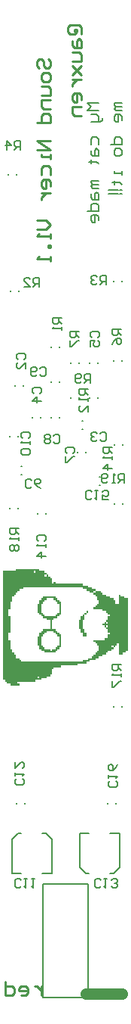
<source format=gbo>
G04 Layer_Color=32896*
%FSLAX25Y25*%
%MOIN*%
G70*
G01*
G75*
%ADD14C,0.05000*%
%ADD15C,0.00800*%
%ADD18C,0.01000*%
%ADD32C,0.00787*%
G36*
X15800Y188811D02*
X18200D01*
Y188011D01*
X19000D01*
Y187211D01*
X19800D01*
Y186411D01*
X20600D01*
Y185611D01*
X21400D01*
Y183211D01*
X22200D01*
Y184011D01*
X23000D01*
Y183211D01*
X35000D01*
Y182411D01*
X37400D01*
Y181611D01*
X39000D01*
Y180811D01*
X40600D01*
Y180011D01*
X43000D01*
Y179211D01*
X43800D01*
Y178411D01*
X45400D01*
Y177611D01*
X47000D01*
Y176811D01*
X48600D01*
Y176011D01*
X49400D01*
Y174411D01*
X51000D01*
Y178411D01*
X51800D01*
Y177611D01*
X53400D01*
Y176811D01*
X55000D01*
Y153611D01*
X54200D01*
Y152811D01*
X52600D01*
Y152011D01*
X51000D01*
Y156811D01*
X50200D01*
Y156011D01*
X49400D01*
Y155211D01*
X48600D01*
Y156011D01*
X47800D01*
Y155211D01*
X48600D01*
Y154411D01*
X47800D01*
Y153611D01*
X46200D01*
Y152811D01*
X45400D01*
Y152011D01*
X43800D01*
Y151211D01*
X42200D01*
Y150411D01*
X40600D01*
Y149611D01*
X38200D01*
Y148811D01*
X36600D01*
Y148011D01*
X32600D01*
Y147211D01*
X25400D01*
Y146411D01*
X22200D01*
Y145611D01*
X21400D01*
Y143211D01*
X20600D01*
Y142411D01*
X19000D01*
Y141611D01*
X16600D01*
Y140811D01*
X14200D01*
Y140011D01*
X6200D01*
Y139211D01*
X7000D01*
Y138411D01*
X3000D01*
Y139211D01*
X1400D01*
Y140011D01*
X600D01*
Y140811D01*
X-200D01*
Y188811D01*
X5400D01*
Y189611D01*
X15800D01*
Y188811D01*
D02*
G37*
%LPC*%
G36*
X35000Y181611D02*
X8600D01*
Y180811D01*
X7000D01*
Y180011D01*
X6200D01*
Y179211D01*
X5400D01*
Y178411D01*
X4600D01*
Y177611D01*
X3800D01*
Y175211D01*
X3000D01*
Y172011D01*
X2200D01*
Y168811D01*
X3000D01*
Y161611D01*
X2200D01*
Y158411D01*
X3000D01*
Y154411D01*
X3800D01*
Y152811D01*
X4600D01*
Y152011D01*
X5400D01*
Y150411D01*
X7000D01*
Y149611D01*
X7800D01*
Y148811D01*
X35000D01*
Y149611D01*
X37400D01*
Y150411D01*
X39000D01*
Y151211D01*
X39800D01*
Y152011D01*
X40600D01*
Y152811D01*
X41400D01*
Y153611D01*
X42200D01*
Y156011D01*
X41400D01*
Y156811D01*
X40600D01*
Y157611D01*
X39800D01*
Y158411D01*
X44600D01*
Y159211D01*
X46200D01*
Y160811D01*
X47000D01*
Y161611D01*
X46200D01*
Y163211D01*
X45400D01*
Y164011D01*
X44600D01*
Y164811D01*
X43800D01*
Y165611D01*
X44600D01*
Y166411D01*
X45400D01*
Y165611D01*
X46200D01*
Y166411D01*
X45400D01*
Y167211D01*
X46200D01*
Y168811D01*
X47000D01*
Y169611D01*
X46200D01*
Y170411D01*
X45400D01*
Y171211D01*
X43800D01*
Y172011D01*
X39800D01*
Y172811D01*
X40600D01*
Y173611D01*
X41400D01*
Y174411D01*
X42200D01*
Y176011D01*
X41400D01*
Y177611D01*
X40600D01*
Y178411D01*
X39800D01*
Y179211D01*
X38200D01*
Y180011D01*
X36600D01*
Y180811D01*
X35000D01*
Y181611D01*
D02*
G37*
G36*
X46200Y164811D02*
X45400D01*
Y164011D01*
X46200D01*
Y164811D01*
D02*
G37*
G36*
X15800Y142411D02*
X15000D01*
Y141611D01*
X15800D01*
Y142411D01*
D02*
G37*
G36*
X40600Y180011D02*
X39800D01*
Y179211D01*
X40600D01*
Y180011D01*
D02*
G37*
G36*
X19000Y187211D02*
X18200D01*
Y186411D01*
X19000D01*
Y187211D01*
D02*
G37*
G36*
X14200Y188811D02*
X13400D01*
Y188011D01*
X14200D01*
Y188811D01*
D02*
G37*
%LPD*%
G36*
X23000Y176811D02*
X23800D01*
Y176011D01*
X24600D01*
Y175211D01*
X25400D01*
Y169611D01*
X24600D01*
Y168811D01*
X23800D01*
Y168011D01*
X22200D01*
Y167211D01*
X21400D01*
Y163211D01*
X23000D01*
Y162411D01*
X23800D01*
Y161611D01*
X24600D01*
Y160811D01*
X25400D01*
Y155211D01*
X24600D01*
Y154411D01*
X23800D01*
Y153611D01*
X23000D01*
Y152811D01*
X18200D01*
Y153611D01*
X16600D01*
Y154411D01*
X15800D01*
Y156011D01*
X15000D01*
Y160011D01*
X15800D01*
Y161611D01*
X16600D01*
Y162411D01*
X17400D01*
Y163211D01*
X20600D01*
Y167211D01*
X19000D01*
Y168011D01*
X17400D01*
Y168811D01*
X16600D01*
Y169611D01*
X15800D01*
Y170411D01*
X15000D01*
Y174411D01*
X15800D01*
Y176011D01*
X16600D01*
Y176811D01*
X17400D01*
Y177611D01*
X23000D01*
Y176811D01*
D02*
G37*
G36*
X35800Y167211D02*
X35000D01*
Y163211D01*
X35800D01*
Y161611D01*
X36600D01*
Y160011D01*
X35000D01*
Y161611D01*
X34200D01*
Y163211D01*
X33400D01*
Y167211D01*
X34200D01*
Y168811D01*
X35000D01*
Y169611D01*
X35800D01*
Y167211D01*
D02*
G37*
G36*
X36600Y169611D02*
X35800D01*
Y170411D01*
X36600D01*
Y169611D01*
D02*
G37*
G36*
X37400Y170411D02*
X36600D01*
Y171211D01*
X37400D01*
Y170411D01*
D02*
G37*
%LPC*%
G36*
X22200Y162411D02*
X19000D01*
Y161611D01*
X18200D01*
Y160811D01*
X17400D01*
Y160011D01*
X16600D01*
Y156011D01*
X17400D01*
Y155211D01*
X18200D01*
Y154411D01*
X20600D01*
Y153611D01*
X21400D01*
Y154411D01*
X23000D01*
Y155211D01*
X23800D01*
Y156011D01*
X24600D01*
Y160011D01*
X23800D01*
Y160811D01*
X23000D01*
Y161611D01*
X22200D01*
Y162411D01*
D02*
G37*
G36*
Y176811D02*
X19000D01*
Y176011D01*
X18200D01*
Y175211D01*
X17400D01*
Y174411D01*
X16600D01*
Y170411D01*
X17400D01*
Y169611D01*
X18200D01*
Y168811D01*
X23000D01*
Y169611D01*
X23800D01*
Y170411D01*
X24600D01*
Y174411D01*
X23800D01*
Y175211D01*
X23000D01*
Y176011D01*
X22200D01*
Y176811D01*
D02*
G37*
%LPD*%
D14*
X36500Y2500D02*
X52500D01*
D15*
X41932Y394869D02*
X36934D01*
X38600Y393203D01*
X36934Y391537D01*
X41932D01*
X38600Y389871D02*
X41099D01*
X41932Y389038D01*
Y386539D01*
X42765D01*
X43598Y387372D01*
Y388205D01*
X41932Y386539D02*
X38600D01*
Y376542D02*
Y379041D01*
X39433Y379874D01*
X41099D01*
X41932Y379041D01*
Y376542D01*
X38600Y374043D02*
Y372377D01*
X39433Y371544D01*
X41932D01*
Y374043D01*
X41099Y374876D01*
X40266Y374043D01*
Y371544D01*
X37767Y369044D02*
X38600D01*
Y369877D01*
Y368211D01*
Y369044D01*
X41099D01*
X41932Y368211D01*
Y360714D02*
X38600D01*
Y359881D01*
X39433Y359048D01*
X41932D01*
X39433D01*
X38600Y358214D01*
X39433Y357381D01*
X41932D01*
X38600Y354882D02*
Y353216D01*
X39433Y352383D01*
X41932D01*
Y354882D01*
X41099Y355715D01*
X40266Y354882D01*
Y352383D01*
X36934Y347385D02*
X41932D01*
Y349884D01*
X41099Y350717D01*
X39433D01*
X38600Y349884D01*
Y347385D01*
X41932Y343219D02*
Y344885D01*
X41099Y345719D01*
X39433D01*
X38600Y344885D01*
Y343219D01*
X39433Y342386D01*
X40266D01*
Y345719D01*
X52350Y394869D02*
X49017D01*
Y394036D01*
X49850Y393203D01*
X52350D01*
X49850D01*
X49017Y392370D01*
X49850Y391537D01*
X52350D01*
Y387372D02*
Y389038D01*
X51516Y389871D01*
X49850D01*
X49017Y389038D01*
Y387372D01*
X49850Y386539D01*
X50683D01*
Y389871D01*
X47351Y376542D02*
X52350D01*
Y379041D01*
X51516Y379874D01*
X49850D01*
X49017Y379041D01*
Y376542D01*
X52350Y374043D02*
Y372377D01*
X51516Y371544D01*
X49850D01*
X49017Y372377D01*
Y374043D01*
X49850Y374876D01*
X51516D01*
X52350Y374043D01*
Y364879D02*
Y363213D01*
Y364046D01*
X49017D01*
Y364879D01*
X48184Y359881D02*
X49017D01*
Y360714D01*
Y359048D01*
Y359881D01*
X51516D01*
X52350Y359048D01*
X50683Y356548D02*
X46518D01*
X51516D02*
X52350D01*
X50683Y354882D02*
X46518D01*
X51516D02*
X52350D01*
X25591Y300197D02*
X21592D01*
Y298198D01*
X22258Y297531D01*
X23591D01*
X24258Y298198D01*
Y300197D01*
Y298864D02*
X25591Y297531D01*
Y296198D02*
Y294865D01*
Y295532D01*
X21592D01*
X22258Y296198D01*
X7587Y49817D02*
X6921Y49151D01*
X5588D01*
X4921Y49817D01*
Y52483D01*
X5588Y53150D01*
X6921D01*
X7587Y52483D01*
X8920Y53150D02*
X10253D01*
X9586D01*
Y49151D01*
X8920Y49817D01*
X12252Y53150D02*
X13585D01*
X12919D01*
Y49151D01*
X12252Y49817D01*
X49592Y96170D02*
X50259Y95503D01*
Y94170D01*
X49592Y93504D01*
X46926D01*
X46260Y94170D01*
Y95503D01*
X46926Y96170D01*
X46260Y97503D02*
Y98836D01*
Y98169D01*
X50259D01*
X49592Y97503D01*
X50259Y103501D02*
X49592Y102168D01*
X48259Y100835D01*
X46926D01*
X46260Y101501D01*
Y102834D01*
X46926Y103501D01*
X47593D01*
X48259Y102834D01*
Y100835D01*
X53500Y227500D02*
Y231499D01*
X51501D01*
X50834Y230832D01*
Y229499D01*
X51501Y228833D01*
X53500D01*
X52167D02*
X50834Y227500D01*
X49501D02*
X48168D01*
X48835D01*
Y231499D01*
X49501Y230832D01*
X46169Y228166D02*
X45503Y227500D01*
X44170D01*
X43503Y228166D01*
Y230832D01*
X44170Y231499D01*
X45503D01*
X46169Y230832D01*
Y230166D01*
X45503Y229499D01*
X43503D01*
X6890Y207677D02*
X2891D01*
Y205678D01*
X3557Y205011D01*
X4890D01*
X5557Y205678D01*
Y207677D01*
Y206344D02*
X6890Y205011D01*
Y203678D02*
Y202346D01*
Y203012D01*
X2891D01*
X3557Y203678D01*
Y200346D02*
X2891Y199680D01*
Y198347D01*
X3557Y197680D01*
X4224D01*
X4890Y198347D01*
X5557Y197680D01*
X6223D01*
X6890Y198347D01*
Y199680D01*
X6223Y200346D01*
X5557D01*
X4890Y199680D01*
X4224Y200346D01*
X3557D01*
X4890Y199680D02*
Y198347D01*
X52165Y147638D02*
X48167D01*
Y145638D01*
X48833Y144972D01*
X50166D01*
X50832Y145638D01*
Y147638D01*
Y146305D02*
X52165Y144972D01*
Y143639D02*
Y142306D01*
Y142973D01*
X48167D01*
X48833Y143639D01*
X48167Y140307D02*
Y137641D01*
X48833D01*
X51499Y140307D01*
X52165D01*
X48228Y243110D02*
X44230D01*
Y241111D01*
X44896Y240444D01*
X46229D01*
X46895Y241111D01*
Y243110D01*
Y241777D02*
X48228Y240444D01*
Y239111D02*
Y237779D01*
Y238445D01*
X44230D01*
X44896Y239111D01*
X48228Y233780D02*
X44230D01*
X46229Y235779D01*
Y233114D01*
X37500Y269000D02*
X33501D01*
Y267001D01*
X34168Y266334D01*
X35501D01*
X36167Y267001D01*
Y269000D01*
Y267667D02*
X37500Y266334D01*
Y265001D02*
Y263668D01*
Y264335D01*
X33501D01*
X34168Y265001D01*
X37500Y259003D02*
Y261669D01*
X34834Y259003D01*
X34168D01*
X33501Y259670D01*
Y261003D01*
X34168Y261669D01*
X38500Y271500D02*
Y275499D01*
X36501D01*
X35834Y274832D01*
Y273499D01*
X36501Y272833D01*
X38500D01*
X37167D02*
X35834Y271500D01*
X34501Y272166D02*
X33835Y271500D01*
X32502D01*
X31835Y272166D01*
Y274832D01*
X32502Y275499D01*
X33835D01*
X34501Y274832D01*
Y274166D01*
X33835Y273499D01*
X31835D01*
X33465Y294291D02*
X29466D01*
Y292292D01*
X30132Y291625D01*
X31465D01*
X32132Y292292D01*
Y294291D01*
Y292958D02*
X33465Y291625D01*
X29466Y290293D02*
Y287627D01*
X30132D01*
X32798Y290293D01*
X33465D01*
X52165Y295276D02*
X48167D01*
Y293276D01*
X48833Y292610D01*
X50166D01*
X50832Y293276D01*
Y295276D01*
Y293943D02*
X52165Y292610D01*
X48167Y288611D02*
X48833Y289944D01*
X50166Y291277D01*
X51499D01*
X52165Y290610D01*
Y289278D01*
X51499Y288611D01*
X50832D01*
X50166Y289278D01*
Y291277D01*
X7400Y374100D02*
Y378099D01*
X5401D01*
X4734Y377432D01*
Y376099D01*
X5401Y375433D01*
X7400D01*
X6067D02*
X4734Y374100D01*
X1402D02*
Y378099D01*
X3401Y376099D01*
X735D01*
X45276Y314961D02*
Y318959D01*
X43276D01*
X42610Y318293D01*
Y316960D01*
X43276Y316294D01*
X45276D01*
X43943D02*
X42610Y314961D01*
X41277Y318293D02*
X40610Y318959D01*
X39277D01*
X38611Y318293D01*
Y317626D01*
X39277Y316960D01*
X39944D01*
X39277D01*
X38611Y316294D01*
Y315627D01*
X39277Y314961D01*
X40610D01*
X41277Y315627D01*
X15748Y313976D02*
Y317975D01*
X13749D01*
X13082Y317309D01*
Y315976D01*
X13749Y315309D01*
X15748D01*
X14415D02*
X13082Y313976D01*
X9083D02*
X11749D01*
X9083Y316642D01*
Y317309D01*
X9750Y317975D01*
X11083D01*
X11749Y317309D01*
X15369Y202059D02*
X14702Y202725D01*
Y204058D01*
X15369Y204724D01*
X18034D01*
X18701Y204058D01*
Y202725D01*
X18034Y202059D01*
X18701Y200726D02*
Y199393D01*
Y200059D01*
X14702D01*
X15369Y200726D01*
X18701Y195394D02*
X14702D01*
X16701Y197393D01*
Y194728D01*
X43020Y49817D02*
X42354Y49151D01*
X41021D01*
X40354Y49817D01*
Y52483D01*
X41021Y53150D01*
X42354D01*
X43020Y52483D01*
X44353Y53150D02*
X45686D01*
X45020D01*
Y49151D01*
X44353Y49817D01*
X47685D02*
X48352Y49151D01*
X49685D01*
X50351Y49817D01*
Y50484D01*
X49685Y51150D01*
X49018D01*
X49685D01*
X50351Y51817D01*
Y52483D01*
X49685Y53150D01*
X48352D01*
X47685Y52483D01*
X8253Y97154D02*
X8920Y96487D01*
Y95155D01*
X8253Y94488D01*
X5588D01*
X4921Y95155D01*
Y96487D01*
X5588Y97154D01*
X4921Y98487D02*
Y99820D01*
Y99153D01*
X8920D01*
X8253Y98487D01*
X4921Y104485D02*
Y101819D01*
X7587Y104485D01*
X8253D01*
X8920Y103819D01*
Y102486D01*
X8253Y101819D01*
X8479Y247334D02*
X7812Y248001D01*
Y249334D01*
X8479Y250000D01*
X11145D01*
X11811Y249334D01*
Y248001D01*
X11145Y247334D01*
X11811Y246001D02*
Y244668D01*
Y245335D01*
X7812D01*
X8479Y246001D01*
Y242669D02*
X7812Y242003D01*
Y240670D01*
X8479Y240003D01*
X11145D01*
X11811Y240670D01*
Y242003D01*
X11145Y242669D01*
X8479D01*
X16035Y277939D02*
X16701Y278605D01*
X18034D01*
X18701Y277939D01*
Y275273D01*
X18034Y274606D01*
X16701D01*
X16035Y275273D01*
X14702D02*
X14036Y274606D01*
X12703D01*
X12036Y275273D01*
Y277939D01*
X12703Y278605D01*
X14036D01*
X14702Y277939D01*
Y277272D01*
X14036Y276606D01*
X12036D01*
X21940Y248411D02*
X22607Y249077D01*
X23940D01*
X24606Y248411D01*
Y245745D01*
X23940Y245079D01*
X22607D01*
X21940Y245745D01*
X20608Y248411D02*
X19941Y249077D01*
X18608D01*
X17942Y248411D01*
Y247744D01*
X18608Y247078D01*
X17942Y246412D01*
Y245745D01*
X18608Y245079D01*
X19941D01*
X20608Y245745D01*
Y246412D01*
X19941Y247078D01*
X20608Y247744D01*
Y248411D01*
X19941Y247078D02*
X18608D01*
X28164Y240444D02*
X27497Y241111D01*
Y242444D01*
X28164Y243110D01*
X30830D01*
X31496Y242444D01*
Y241111D01*
X30830Y240444D01*
X27497Y239111D02*
Y236446D01*
X28164D01*
X30830Y239111D01*
X31496D01*
X12508Y225998D02*
X11842Y225332D01*
X10509D01*
X9843Y225998D01*
Y228664D01*
X10509Y229331D01*
X11842D01*
X12508Y228664D01*
X16507Y225332D02*
X15174Y225998D01*
X13841Y227331D01*
Y228664D01*
X14508Y229331D01*
X15841D01*
X16507Y228664D01*
Y227998D01*
X15841Y227331D01*
X13841D01*
X38991Y291625D02*
X38324Y292292D01*
Y293625D01*
X38991Y294291D01*
X41656D01*
X42323Y293625D01*
Y292292D01*
X41656Y291625D01*
X38324Y287627D02*
Y290293D01*
X40323D01*
X39657Y288960D01*
Y288293D01*
X40323Y287627D01*
X41656D01*
X42323Y288293D01*
Y289626D01*
X41656Y290293D01*
X13400Y267019D02*
X12734Y267686D01*
Y269019D01*
X13400Y269685D01*
X16066D01*
X16732Y269019D01*
Y267686D01*
X16066Y267019D01*
X16732Y263687D02*
X12734D01*
X14733Y265686D01*
Y263020D01*
X42610Y249395D02*
X43276Y250062D01*
X44609D01*
X45276Y249395D01*
Y246729D01*
X44609Y246063D01*
X43276D01*
X42610Y246729D01*
X41277Y249395D02*
X40610Y250062D01*
X39277D01*
X38611Y249395D01*
Y248729D01*
X39277Y248062D01*
X39944D01*
X39277D01*
X38611Y247396D01*
Y246729D01*
X39277Y246063D01*
X40610D01*
X41277Y246729D01*
X6510Y281783D02*
X5844Y282450D01*
Y283782D01*
X6510Y284449D01*
X9176D01*
X9843Y283782D01*
Y282450D01*
X9176Y281783D01*
X9843Y277784D02*
Y280450D01*
X7177Y277784D01*
X6510D01*
X5844Y278451D01*
Y279784D01*
X6510Y280450D01*
X39083Y221077D02*
X38417Y220411D01*
X37084D01*
X36417Y221077D01*
Y223743D01*
X37084Y224410D01*
X38417D01*
X39083Y223743D01*
X40416Y224410D02*
X41749D01*
X41083D01*
Y220411D01*
X40416Y221077D01*
X46414Y220411D02*
X43748D01*
Y222410D01*
X45081Y221744D01*
X45748D01*
X46414Y222410D01*
Y223743D01*
X45748Y224410D01*
X44415D01*
X43748Y223743D01*
D18*
X15671Y410371D02*
X14671Y411371D01*
Y413370D01*
X15671Y414370D01*
X16671D01*
X17670Y413370D01*
Y411371D01*
X18670Y410371D01*
X19670D01*
X20669Y411371D01*
Y413370D01*
X19670Y414370D01*
X20669Y407372D02*
Y405373D01*
X19670Y404373D01*
X17670D01*
X16671Y405373D01*
Y407372D01*
X17670Y408372D01*
X19670D01*
X20669Y407372D01*
X16671Y402374D02*
X19670D01*
X20669Y401374D01*
Y398375D01*
X16671D01*
X20669Y396376D02*
X16671D01*
Y393377D01*
X17670Y392377D01*
X20669D01*
X14671Y386379D02*
X20669D01*
Y389378D01*
X19670Y390378D01*
X17670D01*
X16671Y389378D01*
Y386379D01*
X20669Y378382D02*
X14671D01*
X20669Y374383D01*
X14671D01*
X20669Y372384D02*
Y370384D01*
Y371384D01*
X16671D01*
Y372384D01*
Y363387D02*
Y366386D01*
X17670Y367385D01*
X19670D01*
X20669Y366386D01*
Y363387D01*
Y358388D02*
Y360387D01*
X19670Y361387D01*
X17670D01*
X16671Y360387D01*
Y358388D01*
X17670Y357388D01*
X18670D01*
Y361387D01*
X16671Y355389D02*
X20669D01*
X18670D01*
X17670Y354390D01*
X16671Y353390D01*
Y352390D01*
X14671Y343393D02*
X18670D01*
X20669Y341394D01*
X18670Y339394D01*
X14671D01*
X20669Y337395D02*
Y335396D01*
Y336395D01*
X14671D01*
X15671Y337395D01*
X20669Y332397D02*
X19670D01*
Y331397D01*
X20669D01*
Y332397D01*
Y327398D02*
Y325399D01*
Y326398D01*
X14671D01*
X15671Y327398D01*
X32449Y426135D02*
X31450D01*
Y427135D01*
X32449D01*
Y426135D01*
X31450Y425135D01*
X29450D01*
X28451Y426135D01*
Y428134D01*
X29450Y429134D01*
X33449D01*
X34449Y428134D01*
Y425135D01*
X30450Y422136D02*
Y420137D01*
X31450Y419137D01*
X34449D01*
Y422136D01*
X33449Y423136D01*
X32449Y422136D01*
Y419137D01*
X30450Y417138D02*
X33449D01*
X34449Y416138D01*
Y413139D01*
X30450D01*
Y411140D02*
X34449Y407141D01*
X32449Y409140D01*
X30450Y407141D01*
X34449Y411140D01*
X30450Y405142D02*
X34449D01*
X32449D01*
X31450Y404142D01*
X30450Y403142D01*
Y402143D01*
X34449Y396145D02*
Y398144D01*
X33449Y399144D01*
X31450D01*
X30450Y398144D01*
Y396145D01*
X31450Y395145D01*
X32449D01*
Y399144D01*
X34449Y393145D02*
X30450D01*
Y390146D01*
X31450Y389147D01*
X34449D01*
X16732Y5967D02*
Y1969D01*
Y3968D01*
X15733Y4967D01*
X14733Y5967D01*
X13733D01*
X7735Y1969D02*
X9735D01*
X10734Y2968D01*
Y4967D01*
X9735Y5967D01*
X7735D01*
X6735Y4967D01*
Y3968D01*
X10734D01*
X738Y7967D02*
Y1969D01*
X3737D01*
X4736Y2968D01*
Y4967D01*
X3737Y5967D01*
X738D01*
D32*
X24772Y287303D02*
Y287697D01*
X21228Y287303D02*
Y287697D01*
X17224Y73272D02*
X18602D01*
X21358Y70516D01*
Y55555D02*
Y70516D01*
X6398Y73272D02*
X7776D01*
X3642Y70516D02*
X6398Y73272D01*
X3642Y55555D02*
Y70516D01*
X17224Y55555D02*
X21358D01*
X3642D02*
X7776D01*
X17500Y1000D02*
X37500D01*
X17500Y51000D02*
X37500D01*
X17500Y1000D02*
Y51000D01*
X37500Y1000D02*
Y51000D01*
X49772Y86303D02*
Y86697D01*
X46228Y86303D02*
Y86697D01*
X52772Y218303D02*
Y218697D01*
X49228Y218303D02*
Y218697D01*
X2728Y216303D02*
Y216697D01*
X6272Y216303D02*
Y216697D01*
X52272Y128803D02*
Y129197D01*
X48728Y128803D02*
Y129197D01*
X52772Y244303D02*
Y244697D01*
X49228Y244303D02*
Y244697D01*
X41772Y264803D02*
Y265197D01*
X38228Y264803D02*
Y265197D01*
X29728Y264803D02*
Y265197D01*
X33272Y264803D02*
Y265197D01*
Y280303D02*
Y280697D01*
X29728Y280303D02*
Y280697D01*
X52272Y281303D02*
Y281697D01*
X48728Y281303D02*
Y281697D01*
X2228Y363303D02*
Y363697D01*
X5772Y363303D02*
Y363697D01*
X48728Y316303D02*
Y316697D01*
X52272Y316303D02*
Y316697D01*
X3228Y311803D02*
Y312197D01*
X6772Y311803D02*
Y312197D01*
X15228Y213803D02*
Y214197D01*
X18772Y213803D02*
Y214197D01*
X36398Y55642D02*
X37776D01*
X33642Y58398D02*
X36398Y55642D01*
X33642Y58398D02*
Y73358D01*
X47224Y55642D02*
X48602D01*
X51358Y58398D01*
Y73358D01*
X33642D02*
X37776D01*
X47224D02*
X51358D01*
X9272Y86303D02*
Y86697D01*
X5728Y86303D02*
Y86697D01*
X6272Y247803D02*
Y248197D01*
X2728Y247803D02*
Y248197D01*
X24772Y271803D02*
Y272197D01*
X21228Y271803D02*
Y272197D01*
X24772Y256303D02*
Y256697D01*
X21228Y256303D02*
Y256697D01*
X36272Y240803D02*
Y241197D01*
X32728Y240803D02*
Y241197D01*
X7803Y234772D02*
X8197D01*
X7803Y231228D02*
X8197D01*
X38228Y280303D02*
Y280697D01*
X41772Y280303D02*
Y280697D01*
X12728Y256303D02*
Y256697D01*
X16272Y256303D02*
Y256697D01*
X34803Y254772D02*
X35197D01*
X34803Y251228D02*
X35197D01*
X5228Y270303D02*
Y270697D01*
X8772Y270303D02*
Y270697D01*
X42303Y226728D02*
X42697D01*
X42303Y230272D02*
X42697D01*
M02*

</source>
